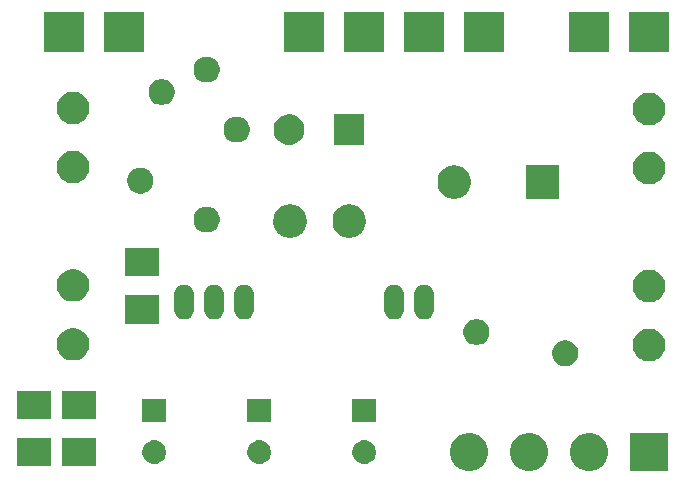
<source format=gts>
G04 #@! TF.GenerationSoftware,KiCad,Pcbnew,(5.1.6)-1*
G04 #@! TF.CreationDate,2020-08-05T18:30:33+02:00*
G04 #@! TF.ProjectId,C64-PSU-251053-11_Austauschplatine,4336342d-5053-4552-9d32-35313035332d,0.3.1*
G04 #@! TF.SameCoordinates,Original*
G04 #@! TF.FileFunction,Soldermask,Top*
G04 #@! TF.FilePolarity,Negative*
%FSLAX46Y46*%
G04 Gerber Fmt 4.6, Leading zero omitted, Abs format (unit mm)*
G04 Created by KiCad (PCBNEW (5.1.6)-1) date 2020-08-05 18:30:33*
%MOMM*%
%LPD*%
G01*
G04 APERTURE LIST*
%ADD10C,0.100000*%
G04 APERTURE END LIST*
D10*
G36*
X174955000Y-112090000D02*
G01*
X171755000Y-112090000D01*
X171755000Y-108890000D01*
X174955000Y-108890000D01*
X174955000Y-112090000D01*
G37*
G36*
X168741703Y-108951486D02*
G01*
X169032883Y-109072097D01*
X169294940Y-109247198D01*
X169517802Y-109470060D01*
X169692903Y-109732117D01*
X169813514Y-110023297D01*
X169875000Y-110332412D01*
X169875000Y-110647588D01*
X169813514Y-110956703D01*
X169692903Y-111247883D01*
X169517802Y-111509940D01*
X169294940Y-111732802D01*
X169032883Y-111907903D01*
X168741703Y-112028514D01*
X168432588Y-112090000D01*
X168117412Y-112090000D01*
X167808297Y-112028514D01*
X167517117Y-111907903D01*
X167255060Y-111732802D01*
X167032198Y-111509940D01*
X166857097Y-111247883D01*
X166736486Y-110956703D01*
X166675000Y-110647588D01*
X166675000Y-110332412D01*
X166736486Y-110023297D01*
X166857097Y-109732117D01*
X167032198Y-109470060D01*
X167255060Y-109247198D01*
X167517117Y-109072097D01*
X167808297Y-108951486D01*
X168117412Y-108890000D01*
X168432588Y-108890000D01*
X168741703Y-108951486D01*
G37*
G36*
X158581703Y-108951486D02*
G01*
X158872883Y-109072097D01*
X159134940Y-109247198D01*
X159357802Y-109470060D01*
X159532903Y-109732117D01*
X159653514Y-110023297D01*
X159715000Y-110332412D01*
X159715000Y-110647588D01*
X159653514Y-110956703D01*
X159532903Y-111247883D01*
X159357802Y-111509940D01*
X159134940Y-111732802D01*
X158872883Y-111907903D01*
X158581703Y-112028514D01*
X158272588Y-112090000D01*
X157957412Y-112090000D01*
X157648297Y-112028514D01*
X157357117Y-111907903D01*
X157095060Y-111732802D01*
X156872198Y-111509940D01*
X156697097Y-111247883D01*
X156576486Y-110956703D01*
X156515000Y-110647588D01*
X156515000Y-110332412D01*
X156576486Y-110023297D01*
X156697097Y-109732117D01*
X156872198Y-109470060D01*
X157095060Y-109247198D01*
X157357117Y-109072097D01*
X157648297Y-108951486D01*
X157957412Y-108890000D01*
X158272588Y-108890000D01*
X158581703Y-108951486D01*
G37*
G36*
X163661703Y-108951486D02*
G01*
X163952883Y-109072097D01*
X164214940Y-109247198D01*
X164437802Y-109470060D01*
X164612903Y-109732117D01*
X164733514Y-110023297D01*
X164795000Y-110332412D01*
X164795000Y-110647588D01*
X164733514Y-110956703D01*
X164612903Y-111247883D01*
X164437802Y-111509940D01*
X164214940Y-111732802D01*
X163952883Y-111907903D01*
X163661703Y-112028514D01*
X163352588Y-112090000D01*
X163037412Y-112090000D01*
X162728297Y-112028514D01*
X162437117Y-111907903D01*
X162175060Y-111732802D01*
X161952198Y-111509940D01*
X161777097Y-111247883D01*
X161656486Y-110956703D01*
X161595000Y-110647588D01*
X161595000Y-110332412D01*
X161656486Y-110023297D01*
X161777097Y-109732117D01*
X161952198Y-109470060D01*
X162175060Y-109247198D01*
X162437117Y-109072097D01*
X162728297Y-108951486D01*
X163037412Y-108890000D01*
X163352588Y-108890000D01*
X163661703Y-108951486D01*
G37*
G36*
X122735000Y-111690000D02*
G01*
X119835000Y-111690000D01*
X119835000Y-109290000D01*
X122735000Y-109290000D01*
X122735000Y-111690000D01*
G37*
G36*
X126545000Y-111690000D02*
G01*
X123645000Y-111690000D01*
X123645000Y-109290000D01*
X126545000Y-109290000D01*
X126545000Y-111690000D01*
G37*
G36*
X149452290Y-109515619D02*
G01*
X149516689Y-109528429D01*
X149698678Y-109603811D01*
X149862463Y-109713249D01*
X150001751Y-109852537D01*
X150111189Y-110016322D01*
X150186571Y-110198311D01*
X150186571Y-110198312D01*
X150225000Y-110391507D01*
X150225000Y-110588493D01*
X150213245Y-110647588D01*
X150186571Y-110781689D01*
X150111189Y-110963678D01*
X150001751Y-111127463D01*
X149862463Y-111266751D01*
X149698678Y-111376189D01*
X149516689Y-111451571D01*
X149452290Y-111464381D01*
X149323493Y-111490000D01*
X149126507Y-111490000D01*
X148997710Y-111464381D01*
X148933311Y-111451571D01*
X148751322Y-111376189D01*
X148587537Y-111266751D01*
X148448249Y-111127463D01*
X148338811Y-110963678D01*
X148263429Y-110781689D01*
X148236755Y-110647588D01*
X148225000Y-110588493D01*
X148225000Y-110391507D01*
X148263429Y-110198312D01*
X148263429Y-110198311D01*
X148338811Y-110016322D01*
X148448249Y-109852537D01*
X148587537Y-109713249D01*
X148751322Y-109603811D01*
X148933311Y-109528429D01*
X148997710Y-109515619D01*
X149126507Y-109490000D01*
X149323493Y-109490000D01*
X149452290Y-109515619D01*
G37*
G36*
X140562290Y-109515619D02*
G01*
X140626689Y-109528429D01*
X140808678Y-109603811D01*
X140972463Y-109713249D01*
X141111751Y-109852537D01*
X141221189Y-110016322D01*
X141296571Y-110198311D01*
X141296571Y-110198312D01*
X141335000Y-110391507D01*
X141335000Y-110588493D01*
X141323245Y-110647588D01*
X141296571Y-110781689D01*
X141221189Y-110963678D01*
X141111751Y-111127463D01*
X140972463Y-111266751D01*
X140808678Y-111376189D01*
X140626689Y-111451571D01*
X140562290Y-111464381D01*
X140433493Y-111490000D01*
X140236507Y-111490000D01*
X140107710Y-111464381D01*
X140043311Y-111451571D01*
X139861322Y-111376189D01*
X139697537Y-111266751D01*
X139558249Y-111127463D01*
X139448811Y-110963678D01*
X139373429Y-110781689D01*
X139346755Y-110647588D01*
X139335000Y-110588493D01*
X139335000Y-110391507D01*
X139373429Y-110198312D01*
X139373429Y-110198311D01*
X139448811Y-110016322D01*
X139558249Y-109852537D01*
X139697537Y-109713249D01*
X139861322Y-109603811D01*
X140043311Y-109528429D01*
X140107710Y-109515619D01*
X140236507Y-109490000D01*
X140433493Y-109490000D01*
X140562290Y-109515619D01*
G37*
G36*
X131672290Y-109515619D02*
G01*
X131736689Y-109528429D01*
X131918678Y-109603811D01*
X132082463Y-109713249D01*
X132221751Y-109852537D01*
X132331189Y-110016322D01*
X132406571Y-110198311D01*
X132406571Y-110198312D01*
X132445000Y-110391507D01*
X132445000Y-110588493D01*
X132433245Y-110647588D01*
X132406571Y-110781689D01*
X132331189Y-110963678D01*
X132221751Y-111127463D01*
X132082463Y-111266751D01*
X131918678Y-111376189D01*
X131736689Y-111451571D01*
X131672290Y-111464381D01*
X131543493Y-111490000D01*
X131346507Y-111490000D01*
X131217710Y-111464381D01*
X131153311Y-111451571D01*
X130971322Y-111376189D01*
X130807537Y-111266751D01*
X130668249Y-111127463D01*
X130558811Y-110963678D01*
X130483429Y-110781689D01*
X130456755Y-110647588D01*
X130445000Y-110588493D01*
X130445000Y-110391507D01*
X130483429Y-110198312D01*
X130483429Y-110198311D01*
X130558811Y-110016322D01*
X130668249Y-109852537D01*
X130807537Y-109713249D01*
X130971322Y-109603811D01*
X131153311Y-109528429D01*
X131217710Y-109515619D01*
X131346507Y-109490000D01*
X131543493Y-109490000D01*
X131672290Y-109515619D01*
G37*
G36*
X132445000Y-107990000D02*
G01*
X130445000Y-107990000D01*
X130445000Y-105990000D01*
X132445000Y-105990000D01*
X132445000Y-107990000D01*
G37*
G36*
X150225000Y-107990000D02*
G01*
X148225000Y-107990000D01*
X148225000Y-105990000D01*
X150225000Y-105990000D01*
X150225000Y-107990000D01*
G37*
G36*
X141335000Y-107990000D02*
G01*
X139335000Y-107990000D01*
X139335000Y-105990000D01*
X141335000Y-105990000D01*
X141335000Y-107990000D01*
G37*
G36*
X126545000Y-107690000D02*
G01*
X123645000Y-107690000D01*
X123645000Y-105290000D01*
X126545000Y-105290000D01*
X126545000Y-107690000D01*
G37*
G36*
X122735000Y-107690000D02*
G01*
X119835000Y-107690000D01*
X119835000Y-105290000D01*
X122735000Y-105290000D01*
X122735000Y-107690000D01*
G37*
G36*
X166563857Y-101072272D02*
G01*
X166764043Y-101155192D01*
X166764045Y-101155193D01*
X166807795Y-101184426D01*
X166869773Y-101225838D01*
X166944209Y-101275575D01*
X167097425Y-101428791D01*
X167195374Y-101575381D01*
X167217808Y-101608957D01*
X167300728Y-101809143D01*
X167343000Y-102021658D01*
X167343000Y-102238342D01*
X167300728Y-102450857D01*
X167247430Y-102579529D01*
X167217807Y-102651045D01*
X167097425Y-102831209D01*
X166944209Y-102984425D01*
X166764045Y-103104807D01*
X166764044Y-103104808D01*
X166764043Y-103104808D01*
X166563857Y-103187728D01*
X166351342Y-103230000D01*
X166134658Y-103230000D01*
X165922143Y-103187728D01*
X165721957Y-103104808D01*
X165721956Y-103104808D01*
X165721955Y-103104807D01*
X165541791Y-102984425D01*
X165388575Y-102831209D01*
X165268193Y-102651045D01*
X165238570Y-102579529D01*
X165185272Y-102450857D01*
X165143000Y-102238342D01*
X165143000Y-102021658D01*
X165185272Y-101809143D01*
X165268192Y-101608957D01*
X165290627Y-101575381D01*
X165388575Y-101428791D01*
X165541791Y-101275575D01*
X165616228Y-101225838D01*
X165678205Y-101184426D01*
X165721955Y-101155193D01*
X165721957Y-101155192D01*
X165922143Y-101072272D01*
X166134658Y-101030000D01*
X166351342Y-101030000D01*
X166563857Y-101072272D01*
G37*
G36*
X173756000Y-100118060D02*
G01*
X174006187Y-100221691D01*
X174006188Y-100221692D01*
X174231352Y-100372142D01*
X174422838Y-100563628D01*
X174422839Y-100563630D01*
X174573289Y-100788793D01*
X174676920Y-101038980D01*
X174729750Y-101304578D01*
X174729750Y-101575382D01*
X174676920Y-101840980D01*
X174573289Y-102091167D01*
X174573288Y-102091168D01*
X174422838Y-102316332D01*
X174231352Y-102507818D01*
X174124031Y-102579528D01*
X174006187Y-102658269D01*
X173756000Y-102761900D01*
X173490402Y-102814730D01*
X173219598Y-102814730D01*
X172954000Y-102761900D01*
X172703813Y-102658269D01*
X172585969Y-102579528D01*
X172478648Y-102507818D01*
X172287162Y-102316332D01*
X172136712Y-102091168D01*
X172136711Y-102091167D01*
X172033080Y-101840980D01*
X171980250Y-101575382D01*
X171980250Y-101304578D01*
X172033080Y-101038980D01*
X172136711Y-100788793D01*
X172287161Y-100563630D01*
X172287162Y-100563628D01*
X172478648Y-100372142D01*
X172703812Y-100221692D01*
X172703813Y-100221691D01*
X172954000Y-100118060D01*
X173219598Y-100065230D01*
X173490402Y-100065230D01*
X173756000Y-100118060D01*
G37*
G36*
X124988000Y-100039320D02*
G01*
X125238187Y-100142951D01*
X125238188Y-100142952D01*
X125463352Y-100293402D01*
X125654838Y-100484888D01*
X125654839Y-100484890D01*
X125805289Y-100710053D01*
X125908920Y-100960240D01*
X125961750Y-101225838D01*
X125961750Y-101496642D01*
X125908920Y-101762240D01*
X125805289Y-102012427D01*
X125805288Y-102012428D01*
X125654838Y-102237592D01*
X125463352Y-102429078D01*
X125430757Y-102450857D01*
X125238187Y-102579529D01*
X124988000Y-102683160D01*
X124722402Y-102735990D01*
X124451598Y-102735990D01*
X124186000Y-102683160D01*
X123935813Y-102579529D01*
X123743243Y-102450857D01*
X123710648Y-102429078D01*
X123519162Y-102237592D01*
X123368712Y-102012428D01*
X123368711Y-102012427D01*
X123265080Y-101762240D01*
X123212250Y-101496642D01*
X123212250Y-101225838D01*
X123265080Y-100960240D01*
X123368711Y-100710053D01*
X123519161Y-100484890D01*
X123519162Y-100484888D01*
X123710648Y-100293402D01*
X123935812Y-100142952D01*
X123935813Y-100142951D01*
X124186000Y-100039320D01*
X124451598Y-99986490D01*
X124722402Y-99986490D01*
X124988000Y-100039320D01*
G37*
G36*
X159063857Y-99272272D02*
G01*
X159264043Y-99355192D01*
X159264045Y-99355193D01*
X159354738Y-99415792D01*
X159444208Y-99475574D01*
X159597426Y-99628792D01*
X159717808Y-99808957D01*
X159800728Y-100009143D01*
X159843000Y-100221658D01*
X159843000Y-100438342D01*
X159800728Y-100650857D01*
X159776208Y-100710053D01*
X159717807Y-100851045D01*
X159597425Y-101031209D01*
X159444209Y-101184425D01*
X159264045Y-101304807D01*
X159264044Y-101304808D01*
X159264043Y-101304808D01*
X159063857Y-101387728D01*
X158851342Y-101430000D01*
X158634658Y-101430000D01*
X158422143Y-101387728D01*
X158221957Y-101304808D01*
X158221956Y-101304808D01*
X158221955Y-101304807D01*
X158041791Y-101184425D01*
X157888575Y-101031209D01*
X157768193Y-100851045D01*
X157709792Y-100710053D01*
X157685272Y-100650857D01*
X157643000Y-100438342D01*
X157643000Y-100221658D01*
X157685272Y-100009143D01*
X157768192Y-99808957D01*
X157888574Y-99628792D01*
X158041792Y-99475574D01*
X158131262Y-99415792D01*
X158221955Y-99355193D01*
X158221957Y-99355192D01*
X158422143Y-99272272D01*
X158634658Y-99230000D01*
X158851342Y-99230000D01*
X159063857Y-99272272D01*
G37*
G36*
X131879000Y-99625000D02*
G01*
X128979000Y-99625000D01*
X128979000Y-97225000D01*
X131879000Y-97225000D01*
X131879000Y-99625000D01*
G37*
G36*
X136688685Y-96332081D02*
G01*
X136688688Y-96332082D01*
X136688689Y-96332082D01*
X136846087Y-96379828D01*
X136925531Y-96422292D01*
X136991141Y-96457361D01*
X136991142Y-96457362D01*
X136991146Y-96457364D01*
X137118291Y-96561709D01*
X137222636Y-96688854D01*
X137300172Y-96833913D01*
X137347918Y-96991311D01*
X137347919Y-96991315D01*
X137360000Y-97113978D01*
X137360000Y-98466022D01*
X137347919Y-98588685D01*
X137347918Y-98588688D01*
X137347918Y-98588689D01*
X137300172Y-98746087D01*
X137222636Y-98891146D01*
X137118291Y-99018291D01*
X136991145Y-99122636D01*
X136991141Y-99122639D01*
X136846090Y-99200170D01*
X136846086Y-99200172D01*
X136688688Y-99247918D01*
X136688687Y-99247918D01*
X136688684Y-99247919D01*
X136525000Y-99264040D01*
X136361315Y-99247919D01*
X136361312Y-99247918D01*
X136361311Y-99247918D01*
X136203913Y-99200172D01*
X136124469Y-99157708D01*
X136058859Y-99122639D01*
X136058858Y-99122638D01*
X136058854Y-99122636D01*
X135931709Y-99018291D01*
X135827364Y-98891145D01*
X135827363Y-98891144D01*
X135827361Y-98891141D01*
X135749830Y-98746090D01*
X135749829Y-98746087D01*
X135749828Y-98746086D01*
X135702082Y-98588688D01*
X135702082Y-98588687D01*
X135702081Y-98588684D01*
X135690000Y-98466021D01*
X135690001Y-97113978D01*
X135702082Y-96991315D01*
X135702083Y-96991311D01*
X135749829Y-96833913D01*
X135827365Y-96688854D01*
X135931710Y-96561709D01*
X136058855Y-96457364D01*
X136058859Y-96457362D01*
X136058860Y-96457361D01*
X136124470Y-96422292D01*
X136203914Y-96379828D01*
X136361312Y-96332082D01*
X136361313Y-96332082D01*
X136361316Y-96332081D01*
X136525000Y-96315960D01*
X136688685Y-96332081D01*
G37*
G36*
X139228685Y-96332081D02*
G01*
X139228688Y-96332082D01*
X139228689Y-96332082D01*
X139386087Y-96379828D01*
X139465531Y-96422292D01*
X139531141Y-96457361D01*
X139531142Y-96457362D01*
X139531146Y-96457364D01*
X139658291Y-96561709D01*
X139762636Y-96688854D01*
X139840172Y-96833913D01*
X139887918Y-96991311D01*
X139887919Y-96991315D01*
X139900000Y-97113978D01*
X139900000Y-98466022D01*
X139887919Y-98588685D01*
X139887918Y-98588688D01*
X139887918Y-98588689D01*
X139840172Y-98746087D01*
X139762636Y-98891146D01*
X139658291Y-99018291D01*
X139531145Y-99122636D01*
X139531141Y-99122639D01*
X139386090Y-99200170D01*
X139386086Y-99200172D01*
X139228688Y-99247918D01*
X139228687Y-99247918D01*
X139228684Y-99247919D01*
X139065000Y-99264040D01*
X138901315Y-99247919D01*
X138901312Y-99247918D01*
X138901311Y-99247918D01*
X138743913Y-99200172D01*
X138664469Y-99157708D01*
X138598859Y-99122639D01*
X138598858Y-99122638D01*
X138598854Y-99122636D01*
X138471709Y-99018291D01*
X138367364Y-98891145D01*
X138367363Y-98891144D01*
X138367361Y-98891141D01*
X138289830Y-98746090D01*
X138289829Y-98746087D01*
X138289828Y-98746086D01*
X138242082Y-98588688D01*
X138242082Y-98588687D01*
X138242081Y-98588684D01*
X138230000Y-98466021D01*
X138230001Y-97113978D01*
X138242082Y-96991315D01*
X138242083Y-96991311D01*
X138289829Y-96833913D01*
X138367365Y-96688854D01*
X138471710Y-96561709D01*
X138598855Y-96457364D01*
X138598859Y-96457362D01*
X138598860Y-96457361D01*
X138664470Y-96422292D01*
X138743914Y-96379828D01*
X138901312Y-96332082D01*
X138901313Y-96332082D01*
X138901316Y-96332081D01*
X139065000Y-96315960D01*
X139228685Y-96332081D01*
G37*
G36*
X154468685Y-96332081D02*
G01*
X154468688Y-96332082D01*
X154468689Y-96332082D01*
X154626087Y-96379828D01*
X154705531Y-96422292D01*
X154771141Y-96457361D01*
X154771142Y-96457362D01*
X154771146Y-96457364D01*
X154898291Y-96561709D01*
X155002636Y-96688854D01*
X155080172Y-96833913D01*
X155127918Y-96991311D01*
X155127919Y-96991315D01*
X155140000Y-97113978D01*
X155140000Y-98466022D01*
X155127919Y-98588685D01*
X155127918Y-98588688D01*
X155127918Y-98588689D01*
X155080172Y-98746087D01*
X155002636Y-98891146D01*
X154898291Y-99018291D01*
X154771145Y-99122636D01*
X154771141Y-99122639D01*
X154626090Y-99200170D01*
X154626086Y-99200172D01*
X154468688Y-99247918D01*
X154468687Y-99247918D01*
X154468684Y-99247919D01*
X154305000Y-99264040D01*
X154141315Y-99247919D01*
X154141312Y-99247918D01*
X154141311Y-99247918D01*
X153983913Y-99200172D01*
X153904469Y-99157708D01*
X153838859Y-99122639D01*
X153838858Y-99122638D01*
X153838854Y-99122636D01*
X153711709Y-99018291D01*
X153607364Y-98891145D01*
X153607363Y-98891144D01*
X153607361Y-98891141D01*
X153529830Y-98746090D01*
X153529829Y-98746087D01*
X153529828Y-98746086D01*
X153482082Y-98588688D01*
X153482082Y-98588687D01*
X153482081Y-98588684D01*
X153470000Y-98466021D01*
X153470001Y-97113978D01*
X153482082Y-96991315D01*
X153482083Y-96991311D01*
X153529829Y-96833913D01*
X153607365Y-96688854D01*
X153711710Y-96561709D01*
X153838855Y-96457364D01*
X153838859Y-96457362D01*
X153838860Y-96457361D01*
X153904470Y-96422292D01*
X153983914Y-96379828D01*
X154141312Y-96332082D01*
X154141313Y-96332082D01*
X154141316Y-96332081D01*
X154305000Y-96315960D01*
X154468685Y-96332081D01*
G37*
G36*
X134148685Y-96332081D02*
G01*
X134148688Y-96332082D01*
X134148689Y-96332082D01*
X134306087Y-96379828D01*
X134385531Y-96422292D01*
X134451141Y-96457361D01*
X134451142Y-96457362D01*
X134451146Y-96457364D01*
X134578291Y-96561709D01*
X134682636Y-96688854D01*
X134760172Y-96833913D01*
X134807918Y-96991311D01*
X134807919Y-96991315D01*
X134820000Y-97113978D01*
X134820000Y-98466022D01*
X134807919Y-98588685D01*
X134807918Y-98588688D01*
X134807918Y-98588689D01*
X134760172Y-98746087D01*
X134682636Y-98891146D01*
X134578291Y-99018291D01*
X134451145Y-99122636D01*
X134451141Y-99122639D01*
X134306090Y-99200170D01*
X134306086Y-99200172D01*
X134148688Y-99247918D01*
X134148687Y-99247918D01*
X134148684Y-99247919D01*
X133985000Y-99264040D01*
X133821315Y-99247919D01*
X133821312Y-99247918D01*
X133821311Y-99247918D01*
X133663913Y-99200172D01*
X133584469Y-99157708D01*
X133518859Y-99122639D01*
X133518858Y-99122638D01*
X133518854Y-99122636D01*
X133391709Y-99018291D01*
X133287364Y-98891145D01*
X133287363Y-98891144D01*
X133287361Y-98891141D01*
X133209830Y-98746090D01*
X133209829Y-98746087D01*
X133209828Y-98746086D01*
X133162082Y-98588688D01*
X133162082Y-98588687D01*
X133162081Y-98588684D01*
X133150000Y-98466021D01*
X133150001Y-97113978D01*
X133162082Y-96991315D01*
X133162083Y-96991311D01*
X133209829Y-96833913D01*
X133287365Y-96688854D01*
X133391710Y-96561709D01*
X133518855Y-96457364D01*
X133518859Y-96457362D01*
X133518860Y-96457361D01*
X133584470Y-96422292D01*
X133663914Y-96379828D01*
X133821312Y-96332082D01*
X133821313Y-96332082D01*
X133821316Y-96332081D01*
X133985000Y-96315960D01*
X134148685Y-96332081D01*
G37*
G36*
X151928685Y-96332081D02*
G01*
X151928688Y-96332082D01*
X151928689Y-96332082D01*
X152086087Y-96379828D01*
X152165531Y-96422292D01*
X152231141Y-96457361D01*
X152231142Y-96457362D01*
X152231146Y-96457364D01*
X152358291Y-96561709D01*
X152462636Y-96688854D01*
X152540172Y-96833913D01*
X152587918Y-96991311D01*
X152587919Y-96991315D01*
X152600000Y-97113978D01*
X152600000Y-98466022D01*
X152587919Y-98588685D01*
X152587918Y-98588688D01*
X152587918Y-98588689D01*
X152540172Y-98746087D01*
X152462636Y-98891146D01*
X152358291Y-99018291D01*
X152231145Y-99122636D01*
X152231141Y-99122639D01*
X152086090Y-99200170D01*
X152086086Y-99200172D01*
X151928688Y-99247918D01*
X151928687Y-99247918D01*
X151928684Y-99247919D01*
X151765000Y-99264040D01*
X151601315Y-99247919D01*
X151601312Y-99247918D01*
X151601311Y-99247918D01*
X151443913Y-99200172D01*
X151364469Y-99157708D01*
X151298859Y-99122639D01*
X151298858Y-99122638D01*
X151298854Y-99122636D01*
X151171709Y-99018291D01*
X151067364Y-98891145D01*
X151067363Y-98891144D01*
X151067361Y-98891141D01*
X150989830Y-98746090D01*
X150989829Y-98746087D01*
X150989828Y-98746086D01*
X150942082Y-98588688D01*
X150942082Y-98588687D01*
X150942081Y-98588684D01*
X150930000Y-98466021D01*
X150930001Y-97113978D01*
X150942082Y-96991315D01*
X150942083Y-96991311D01*
X150989829Y-96833913D01*
X151067365Y-96688854D01*
X151171710Y-96561709D01*
X151298855Y-96457364D01*
X151298859Y-96457362D01*
X151298860Y-96457361D01*
X151364470Y-96422292D01*
X151443914Y-96379828D01*
X151601312Y-96332082D01*
X151601313Y-96332082D01*
X151601316Y-96332081D01*
X151765000Y-96315960D01*
X151928685Y-96332081D01*
G37*
G36*
X173756000Y-95119340D02*
G01*
X174006187Y-95222971D01*
X174006188Y-95222972D01*
X174231352Y-95373422D01*
X174422838Y-95564908D01*
X174422839Y-95564910D01*
X174573289Y-95790073D01*
X174676920Y-96040260D01*
X174729750Y-96305858D01*
X174729750Y-96576662D01*
X174676920Y-96842260D01*
X174573289Y-97092447D01*
X174573288Y-97092448D01*
X174422838Y-97317612D01*
X174231352Y-97509098D01*
X174124031Y-97580808D01*
X174006187Y-97659549D01*
X173756000Y-97763180D01*
X173490402Y-97816010D01*
X173219598Y-97816010D01*
X172954000Y-97763180D01*
X172703813Y-97659549D01*
X172585969Y-97580808D01*
X172478648Y-97509098D01*
X172287162Y-97317612D01*
X172136712Y-97092448D01*
X172136711Y-97092447D01*
X172033080Y-96842260D01*
X171980250Y-96576662D01*
X171980250Y-96305858D01*
X172033080Y-96040260D01*
X172136711Y-95790073D01*
X172287161Y-95564910D01*
X172287162Y-95564908D01*
X172478648Y-95373422D01*
X172703812Y-95222972D01*
X172703813Y-95222971D01*
X172954000Y-95119340D01*
X173219598Y-95066510D01*
X173490402Y-95066510D01*
X173756000Y-95119340D01*
G37*
G36*
X124988000Y-95040600D02*
G01*
X125238187Y-95144231D01*
X125238188Y-95144232D01*
X125463352Y-95294682D01*
X125654838Y-95486168D01*
X125654839Y-95486170D01*
X125805289Y-95711333D01*
X125908920Y-95961520D01*
X125961750Y-96227118D01*
X125961750Y-96497922D01*
X125908920Y-96763520D01*
X125805289Y-97013707D01*
X125805288Y-97013708D01*
X125654838Y-97238872D01*
X125463352Y-97430358D01*
X125350004Y-97506095D01*
X125238187Y-97580809D01*
X124988000Y-97684440D01*
X124722402Y-97737270D01*
X124451598Y-97737270D01*
X124186000Y-97684440D01*
X123935813Y-97580809D01*
X123823996Y-97506095D01*
X123710648Y-97430358D01*
X123519162Y-97238872D01*
X123368712Y-97013708D01*
X123368711Y-97013707D01*
X123265080Y-96763520D01*
X123212250Y-96497922D01*
X123212250Y-96227118D01*
X123265080Y-95961520D01*
X123368711Y-95711333D01*
X123519161Y-95486170D01*
X123519162Y-95486168D01*
X123710648Y-95294682D01*
X123935812Y-95144232D01*
X123935813Y-95144231D01*
X124186000Y-95040600D01*
X124451598Y-94987770D01*
X124722402Y-94987770D01*
X124988000Y-95040600D01*
G37*
G36*
X131879000Y-95625000D02*
G01*
X128979000Y-95625000D01*
X128979000Y-93225000D01*
X131879000Y-93225000D01*
X131879000Y-95625000D01*
G37*
G36*
X143228127Y-89558901D02*
G01*
X143363365Y-89585801D01*
X143618149Y-89691336D01*
X143847448Y-89844549D01*
X144042451Y-90039552D01*
X144042452Y-90039554D01*
X144195665Y-90268853D01*
X144301199Y-90523636D01*
X144335616Y-90696659D01*
X144355000Y-90794112D01*
X144355000Y-91069888D01*
X144301199Y-91340365D01*
X144195664Y-91595149D01*
X144042451Y-91824448D01*
X143847448Y-92019451D01*
X143618149Y-92172664D01*
X143363365Y-92278199D01*
X143228126Y-92305100D01*
X143092889Y-92332000D01*
X142817111Y-92332000D01*
X142681874Y-92305100D01*
X142546635Y-92278199D01*
X142291851Y-92172664D01*
X142062552Y-92019451D01*
X141867549Y-91824448D01*
X141714336Y-91595149D01*
X141608801Y-91340365D01*
X141555000Y-91069888D01*
X141555000Y-90794112D01*
X141574385Y-90696659D01*
X141608801Y-90523636D01*
X141714335Y-90268853D01*
X141867548Y-90039554D01*
X141867549Y-90039552D01*
X142062552Y-89844549D01*
X142291851Y-89691336D01*
X142546635Y-89585801D01*
X142681873Y-89558901D01*
X142817111Y-89532000D01*
X143092889Y-89532000D01*
X143228127Y-89558901D01*
G37*
G36*
X148228127Y-89558901D02*
G01*
X148363365Y-89585801D01*
X148618149Y-89691336D01*
X148847448Y-89844549D01*
X149042451Y-90039552D01*
X149042452Y-90039554D01*
X149195665Y-90268853D01*
X149301199Y-90523636D01*
X149335616Y-90696659D01*
X149355000Y-90794112D01*
X149355000Y-91069888D01*
X149301199Y-91340365D01*
X149195664Y-91595149D01*
X149042451Y-91824448D01*
X148847448Y-92019451D01*
X148618149Y-92172664D01*
X148363365Y-92278199D01*
X148228126Y-92305100D01*
X148092889Y-92332000D01*
X147817111Y-92332000D01*
X147681874Y-92305100D01*
X147546635Y-92278199D01*
X147291851Y-92172664D01*
X147062552Y-92019451D01*
X146867549Y-91824448D01*
X146714336Y-91595149D01*
X146608801Y-91340365D01*
X146555000Y-91069888D01*
X146555000Y-90794112D01*
X146574385Y-90696659D01*
X146608801Y-90523636D01*
X146714335Y-90268853D01*
X146867548Y-90039554D01*
X146867549Y-90039552D01*
X147062552Y-89844549D01*
X147291851Y-89691336D01*
X147546635Y-89585801D01*
X147681873Y-89558901D01*
X147817111Y-89532000D01*
X148092889Y-89532000D01*
X148228127Y-89558901D01*
G37*
G36*
X136210857Y-89747272D02*
G01*
X136411043Y-89830192D01*
X136411045Y-89830193D01*
X136432530Y-89844549D01*
X136591208Y-89950574D01*
X136744426Y-90103792D01*
X136864808Y-90283957D01*
X136947728Y-90484143D01*
X136990000Y-90696658D01*
X136990000Y-90913342D01*
X136947728Y-91125857D01*
X136864808Y-91326043D01*
X136864807Y-91326045D01*
X136744425Y-91506209D01*
X136591209Y-91659425D01*
X136411045Y-91779807D01*
X136411044Y-91779808D01*
X136411043Y-91779808D01*
X136210857Y-91862728D01*
X135998342Y-91905000D01*
X135781658Y-91905000D01*
X135569143Y-91862728D01*
X135368957Y-91779808D01*
X135368956Y-91779808D01*
X135368955Y-91779807D01*
X135188791Y-91659425D01*
X135035575Y-91506209D01*
X134915193Y-91326045D01*
X134915192Y-91326043D01*
X134832272Y-91125857D01*
X134790000Y-90913342D01*
X134790000Y-90696658D01*
X134832272Y-90484143D01*
X134915192Y-90283957D01*
X135035574Y-90103792D01*
X135188792Y-89950574D01*
X135347470Y-89844549D01*
X135368955Y-89830193D01*
X135368957Y-89830192D01*
X135569143Y-89747272D01*
X135781658Y-89705000D01*
X135998342Y-89705000D01*
X136210857Y-89747272D01*
G37*
G36*
X165745000Y-89030000D02*
G01*
X162945000Y-89030000D01*
X162945000Y-86230000D01*
X165745000Y-86230000D01*
X165745000Y-89030000D01*
G37*
G36*
X157118127Y-86256901D02*
G01*
X157253365Y-86283801D01*
X157508149Y-86389336D01*
X157737448Y-86542549D01*
X157932451Y-86737552D01*
X158085664Y-86966851D01*
X158191199Y-87221635D01*
X158245000Y-87492112D01*
X158245000Y-87767888D01*
X158191199Y-88038365D01*
X158085664Y-88293149D01*
X157932451Y-88522448D01*
X157737448Y-88717451D01*
X157508149Y-88870664D01*
X157253365Y-88976199D01*
X157118126Y-89003100D01*
X156982889Y-89030000D01*
X156707111Y-89030000D01*
X156571873Y-89003099D01*
X156436635Y-88976199D01*
X156181851Y-88870664D01*
X155952552Y-88717451D01*
X155757549Y-88522448D01*
X155604336Y-88293149D01*
X155498801Y-88038365D01*
X155445000Y-87767888D01*
X155445000Y-87492112D01*
X155498801Y-87221635D01*
X155604336Y-86966851D01*
X155757549Y-86737552D01*
X155952552Y-86542549D01*
X156181851Y-86389336D01*
X156436635Y-86283801D01*
X156571873Y-86256901D01*
X156707111Y-86230000D01*
X156982889Y-86230000D01*
X157118127Y-86256901D01*
G37*
G36*
X130600857Y-86452272D02*
G01*
X130801043Y-86535192D01*
X130801045Y-86535193D01*
X130981209Y-86655575D01*
X131134425Y-86808791D01*
X131240038Y-86966851D01*
X131254808Y-86988957D01*
X131337728Y-87189143D01*
X131380000Y-87401658D01*
X131380000Y-87618342D01*
X131337728Y-87830857D01*
X131254808Y-88031043D01*
X131254807Y-88031045D01*
X131134425Y-88211209D01*
X130981209Y-88364425D01*
X130801045Y-88484807D01*
X130801044Y-88484808D01*
X130801043Y-88484808D01*
X130600857Y-88567728D01*
X130388342Y-88610000D01*
X130171658Y-88610000D01*
X129959143Y-88567728D01*
X129758957Y-88484808D01*
X129758956Y-88484808D01*
X129758955Y-88484807D01*
X129578791Y-88364425D01*
X129425575Y-88211209D01*
X129305193Y-88031045D01*
X129305192Y-88031043D01*
X129222272Y-87830857D01*
X129180000Y-87618342D01*
X129180000Y-87401658D01*
X129222272Y-87189143D01*
X129305192Y-86988957D01*
X129319963Y-86966851D01*
X129425575Y-86808791D01*
X129578791Y-86655575D01*
X129758955Y-86535193D01*
X129758957Y-86535192D01*
X129959143Y-86452272D01*
X130171658Y-86410000D01*
X130388342Y-86410000D01*
X130600857Y-86452272D01*
G37*
G36*
X173756000Y-85116820D02*
G01*
X174006187Y-85220451D01*
X174006188Y-85220452D01*
X174231352Y-85370902D01*
X174422838Y-85562388D01*
X174422839Y-85562390D01*
X174573289Y-85787553D01*
X174676920Y-86037740D01*
X174729750Y-86303338D01*
X174729750Y-86574142D01*
X174676920Y-86839740D01*
X174573289Y-87089927D01*
X174573288Y-87089928D01*
X174422838Y-87315092D01*
X174231352Y-87506578D01*
X174124031Y-87578288D01*
X174006187Y-87657029D01*
X173756000Y-87760660D01*
X173490402Y-87813490D01*
X173219598Y-87813490D01*
X172954000Y-87760660D01*
X172703813Y-87657029D01*
X172585969Y-87578288D01*
X172478648Y-87506578D01*
X172287162Y-87315092D01*
X172136712Y-87089928D01*
X172136711Y-87089927D01*
X172033080Y-86839740D01*
X171980250Y-86574142D01*
X171980250Y-86303338D01*
X172033080Y-86037740D01*
X172136711Y-85787553D01*
X172287161Y-85562390D01*
X172287162Y-85562388D01*
X172478648Y-85370902D01*
X172703812Y-85220452D01*
X172703813Y-85220451D01*
X172954000Y-85116820D01*
X173219598Y-85063990D01*
X173490402Y-85063990D01*
X173756000Y-85116820D01*
G37*
G36*
X124988000Y-85038080D02*
G01*
X125238187Y-85141711D01*
X125238188Y-85141712D01*
X125463352Y-85292162D01*
X125654838Y-85483648D01*
X125654839Y-85483650D01*
X125805289Y-85708813D01*
X125908920Y-85959000D01*
X125961750Y-86224598D01*
X125961750Y-86495402D01*
X125908920Y-86761000D01*
X125805289Y-87011187D01*
X125805288Y-87011188D01*
X125654838Y-87236352D01*
X125463352Y-87427838D01*
X125367161Y-87492111D01*
X125238187Y-87578289D01*
X124988000Y-87681920D01*
X124722402Y-87734750D01*
X124451598Y-87734750D01*
X124186000Y-87681920D01*
X123935813Y-87578289D01*
X123806839Y-87492111D01*
X123710648Y-87427838D01*
X123519162Y-87236352D01*
X123368712Y-87011188D01*
X123368711Y-87011187D01*
X123265080Y-86761000D01*
X123212250Y-86495402D01*
X123212250Y-86224598D01*
X123265080Y-85959000D01*
X123368711Y-85708813D01*
X123519161Y-85483650D01*
X123519162Y-85483648D01*
X123710648Y-85292162D01*
X123935812Y-85141712D01*
X123935813Y-85141711D01*
X124186000Y-85038080D01*
X124451598Y-84985250D01*
X124722402Y-84985250D01*
X124988000Y-85038080D01*
G37*
G36*
X143254196Y-81934958D02*
G01*
X143490781Y-82032955D01*
X143703702Y-82175224D01*
X143884776Y-82356298D01*
X144027045Y-82569219D01*
X144125042Y-82805804D01*
X144175000Y-83056961D01*
X144175000Y-83313039D01*
X144125042Y-83564196D01*
X144027045Y-83800781D01*
X143884776Y-84013702D01*
X143703702Y-84194776D01*
X143490781Y-84337045D01*
X143254196Y-84435042D01*
X143003040Y-84485000D01*
X142746960Y-84485000D01*
X142621383Y-84460021D01*
X142495804Y-84435042D01*
X142259219Y-84337045D01*
X142046298Y-84194776D01*
X141865224Y-84013702D01*
X141722955Y-83800781D01*
X141624958Y-83564196D01*
X141575000Y-83313039D01*
X141575000Y-83056961D01*
X141624958Y-82805804D01*
X141722955Y-82569219D01*
X141865224Y-82356298D01*
X142046298Y-82175224D01*
X142259219Y-82032955D01*
X142495804Y-81934958D01*
X142746960Y-81885000D01*
X143003040Y-81885000D01*
X143254196Y-81934958D01*
G37*
G36*
X149255000Y-84485000D02*
G01*
X146655000Y-84485000D01*
X146655000Y-81885000D01*
X149255000Y-81885000D01*
X149255000Y-84485000D01*
G37*
G36*
X138750857Y-82127272D02*
G01*
X138951043Y-82210192D01*
X138951045Y-82210193D01*
X139131209Y-82330575D01*
X139284425Y-82483791D01*
X139401034Y-82658308D01*
X139404808Y-82663957D01*
X139487728Y-82864143D01*
X139530000Y-83076658D01*
X139530000Y-83293342D01*
X139487728Y-83505857D01*
X139463563Y-83564196D01*
X139404807Y-83706045D01*
X139284425Y-83886209D01*
X139131209Y-84039425D01*
X138951045Y-84159807D01*
X138951044Y-84159808D01*
X138951043Y-84159808D01*
X138750857Y-84242728D01*
X138538342Y-84285000D01*
X138321658Y-84285000D01*
X138109143Y-84242728D01*
X137908957Y-84159808D01*
X137908956Y-84159808D01*
X137908955Y-84159807D01*
X137728791Y-84039425D01*
X137575575Y-83886209D01*
X137455193Y-83706045D01*
X137396437Y-83564196D01*
X137372272Y-83505857D01*
X137330000Y-83293342D01*
X137330000Y-83076658D01*
X137372272Y-82864143D01*
X137455192Y-82663957D01*
X137458967Y-82658308D01*
X137575575Y-82483791D01*
X137728791Y-82330575D01*
X137908955Y-82210193D01*
X137908957Y-82210192D01*
X138109143Y-82127272D01*
X138321658Y-82085000D01*
X138538342Y-82085000D01*
X138750857Y-82127272D01*
G37*
G36*
X173756000Y-80118100D02*
G01*
X174006187Y-80221731D01*
X174006188Y-80221732D01*
X174231352Y-80372182D01*
X174422838Y-80563668D01*
X174422839Y-80563670D01*
X174573289Y-80788833D01*
X174676920Y-81039020D01*
X174729750Y-81304618D01*
X174729750Y-81575422D01*
X174676920Y-81841020D01*
X174573289Y-82091207D01*
X174573288Y-82091208D01*
X174422838Y-82316372D01*
X174231352Y-82507858D01*
X174139519Y-82569219D01*
X174006187Y-82658309D01*
X173756000Y-82761940D01*
X173490402Y-82814770D01*
X173219598Y-82814770D01*
X172954000Y-82761940D01*
X172703813Y-82658309D01*
X172570481Y-82569219D01*
X172478648Y-82507858D01*
X172287162Y-82316372D01*
X172136712Y-82091208D01*
X172136711Y-82091207D01*
X172033080Y-81841020D01*
X171980250Y-81575422D01*
X171980250Y-81304618D01*
X172033080Y-81039020D01*
X172136711Y-80788833D01*
X172287161Y-80563670D01*
X172287162Y-80563668D01*
X172478648Y-80372182D01*
X172703812Y-80221732D01*
X172703813Y-80221731D01*
X172954000Y-80118100D01*
X173219598Y-80065270D01*
X173490402Y-80065270D01*
X173756000Y-80118100D01*
G37*
G36*
X124988000Y-80039360D02*
G01*
X125238187Y-80142991D01*
X125238188Y-80142992D01*
X125463352Y-80293442D01*
X125654838Y-80484928D01*
X125654839Y-80484930D01*
X125805289Y-80710093D01*
X125908920Y-80960280D01*
X125961750Y-81225878D01*
X125961750Y-81496682D01*
X125908920Y-81762280D01*
X125805289Y-82012467D01*
X125805288Y-82012468D01*
X125654838Y-82237632D01*
X125463352Y-82429118D01*
X125381528Y-82483791D01*
X125238187Y-82579569D01*
X124988000Y-82683200D01*
X124722402Y-82736030D01*
X124451598Y-82736030D01*
X124186000Y-82683200D01*
X123935813Y-82579569D01*
X123792472Y-82483791D01*
X123710648Y-82429118D01*
X123519162Y-82237632D01*
X123368712Y-82012468D01*
X123368711Y-82012467D01*
X123265080Y-81762280D01*
X123212250Y-81496682D01*
X123212250Y-81225878D01*
X123265080Y-80960280D01*
X123368711Y-80710093D01*
X123519161Y-80484930D01*
X123519162Y-80484928D01*
X123710648Y-80293442D01*
X123935812Y-80142992D01*
X123935813Y-80142991D01*
X124186000Y-80039360D01*
X124451598Y-79986530D01*
X124722402Y-79986530D01*
X124988000Y-80039360D01*
G37*
G36*
X132400857Y-78952272D02*
G01*
X132601043Y-79035192D01*
X132601045Y-79035193D01*
X132667814Y-79079807D01*
X132781208Y-79155574D01*
X132934426Y-79308792D01*
X133054808Y-79488957D01*
X133137728Y-79689143D01*
X133180000Y-79901658D01*
X133180000Y-80118342D01*
X133137728Y-80330857D01*
X133054808Y-80531043D01*
X133054807Y-80531045D01*
X132994208Y-80621738D01*
X132935172Y-80710092D01*
X132934425Y-80711209D01*
X132781209Y-80864425D01*
X132601045Y-80984807D01*
X132601044Y-80984808D01*
X132601043Y-80984808D01*
X132400857Y-81067728D01*
X132188342Y-81110000D01*
X131971658Y-81110000D01*
X131759143Y-81067728D01*
X131558957Y-80984808D01*
X131558956Y-80984808D01*
X131558955Y-80984807D01*
X131378791Y-80864425D01*
X131225575Y-80711209D01*
X131224829Y-80710092D01*
X131165792Y-80621738D01*
X131105193Y-80531045D01*
X131105192Y-80531043D01*
X131022272Y-80330857D01*
X130980000Y-80118342D01*
X130980000Y-79901658D01*
X131022272Y-79689143D01*
X131105192Y-79488957D01*
X131225574Y-79308792D01*
X131378792Y-79155574D01*
X131492186Y-79079807D01*
X131558955Y-79035193D01*
X131558957Y-79035192D01*
X131759143Y-78952272D01*
X131971658Y-78910000D01*
X132188342Y-78910000D01*
X132400857Y-78952272D01*
G37*
G36*
X136210857Y-77047272D02*
G01*
X136411043Y-77130192D01*
X136411045Y-77130193D01*
X136501738Y-77190792D01*
X136591208Y-77250574D01*
X136744426Y-77403792D01*
X136864808Y-77583957D01*
X136947728Y-77784143D01*
X136990000Y-77996658D01*
X136990000Y-78213342D01*
X136947728Y-78425857D01*
X136864808Y-78626043D01*
X136864807Y-78626045D01*
X136744425Y-78806209D01*
X136591209Y-78959425D01*
X136411045Y-79079807D01*
X136411044Y-79079808D01*
X136411043Y-79079808D01*
X136210857Y-79162728D01*
X135998342Y-79205000D01*
X135781658Y-79205000D01*
X135569143Y-79162728D01*
X135368957Y-79079808D01*
X135368956Y-79079808D01*
X135368955Y-79079807D01*
X135188791Y-78959425D01*
X135035575Y-78806209D01*
X134915193Y-78626045D01*
X134915192Y-78626043D01*
X134832272Y-78425857D01*
X134790000Y-78213342D01*
X134790000Y-77996658D01*
X134832272Y-77784143D01*
X134915192Y-77583957D01*
X135035574Y-77403792D01*
X135188792Y-77250574D01*
X135278262Y-77190792D01*
X135368955Y-77130193D01*
X135368957Y-77130192D01*
X135569143Y-77047272D01*
X135781658Y-77005000D01*
X135998342Y-77005000D01*
X136210857Y-77047272D01*
G37*
G36*
X145845000Y-76630000D02*
G01*
X142445000Y-76630000D01*
X142445000Y-73230000D01*
X145845000Y-73230000D01*
X145845000Y-76630000D01*
G37*
G36*
X175055000Y-76630000D02*
G01*
X171655000Y-76630000D01*
X171655000Y-73230000D01*
X175055000Y-73230000D01*
X175055000Y-76630000D01*
G37*
G36*
X169975000Y-76630000D02*
G01*
X166575000Y-76630000D01*
X166575000Y-73230000D01*
X169975000Y-73230000D01*
X169975000Y-76630000D01*
G37*
G36*
X161085000Y-76630000D02*
G01*
X157685000Y-76630000D01*
X157685000Y-73230000D01*
X161085000Y-73230000D01*
X161085000Y-76630000D01*
G37*
G36*
X156005000Y-76630000D02*
G01*
X152605000Y-76630000D01*
X152605000Y-73230000D01*
X156005000Y-73230000D01*
X156005000Y-76630000D01*
G37*
G36*
X150925000Y-76630000D02*
G01*
X147525000Y-76630000D01*
X147525000Y-73230000D01*
X150925000Y-73230000D01*
X150925000Y-76630000D01*
G37*
G36*
X130605000Y-76630000D02*
G01*
X127205000Y-76630000D01*
X127205000Y-73230000D01*
X130605000Y-73230000D01*
X130605000Y-76630000D01*
G37*
G36*
X125525000Y-76630000D02*
G01*
X122125000Y-76630000D01*
X122125000Y-73230000D01*
X125525000Y-73230000D01*
X125525000Y-76630000D01*
G37*
M02*

</source>
